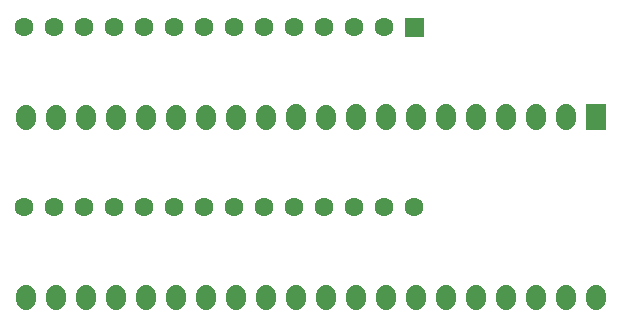
<source format=gts>
G04 Layer: TopSolderMaskLayer*
G04 EasyEDA v6.4.19.5, 2021-04-22T10:42:41+01:00*
G04 4afba9deae2242d5b81e82046c6002c8,70d0fae58ee04a8b949032da60bbe542,10*
G04 Gerber Generator version 0.2*
G04 Scale: 100 percent, Rotated: No, Reflected: No *
G04 Dimensions in inches *
G04 leading zeros omitted , absolute positions ,3 integer and 6 decimal *
%FSLAX36Y36*%
%MOIN*%

%ADD22C,0.0680*%
%ADD23C,0.0671*%
%ADD25C,0.0630*%

%LPD*%
D22*
X-920000Y150630D02*
G01*
X-920000Y169369D01*
X-720000Y150630D02*
G01*
X-720000Y169369D01*
X-820000Y150630D02*
G01*
X-820000Y169369D01*
X-320000Y150630D02*
G01*
X-320000Y169369D01*
D23*
X80000Y169843D02*
G01*
X80000Y150156D01*
X180000Y169843D02*
G01*
X180000Y150156D01*
X280000Y169843D02*
G01*
X280000Y150156D01*
X380000Y169843D02*
G01*
X380000Y150156D01*
X480000Y169843D02*
G01*
X480000Y150156D01*
X580000Y169843D02*
G01*
X580000Y150156D01*
X680000Y169843D02*
G01*
X680000Y150156D01*
X780000Y169843D02*
G01*
X780000Y150156D01*
D22*
X-20000Y169369D02*
G01*
X-20000Y150630D01*
X-220000Y169369D02*
G01*
X-220000Y150630D01*
D23*
X-120000Y169843D02*
G01*
X-120000Y150156D01*
D22*
X-420000Y169369D02*
G01*
X-420000Y150630D01*
X-620000Y150630D02*
G01*
X-620000Y169369D01*
X-520000Y150630D02*
G01*
X-520000Y169369D01*
X-1020000Y150630D02*
G01*
X-1020000Y169369D01*
X780000Y-430630D02*
G01*
X780000Y-449369D01*
X880000Y-430630D02*
G01*
X880000Y-449369D01*
X680000Y-430630D02*
G01*
X680000Y-449369D01*
X580000Y-430630D02*
G01*
X580000Y-449369D01*
X-620000Y-430630D02*
G01*
X-620000Y-449369D01*
X-520000Y-430630D02*
G01*
X-520000Y-449369D01*
X-420000Y-430630D02*
G01*
X-420000Y-449369D01*
X-320000Y-430630D02*
G01*
X-320000Y-449369D01*
X-720000Y-430630D02*
G01*
X-720000Y-449369D01*
X-820000Y-430630D02*
G01*
X-820000Y-449369D01*
X-920000Y-430630D02*
G01*
X-920000Y-449369D01*
X-1020000Y-430630D02*
G01*
X-1020000Y-449369D01*
X80000Y-430630D02*
G01*
X80000Y-449369D01*
X-20000Y-430630D02*
G01*
X-20000Y-449369D01*
X-120000Y-430630D02*
G01*
X-120000Y-449369D01*
X-220000Y-430630D02*
G01*
X-220000Y-449369D01*
X180000Y-430630D02*
G01*
X180000Y-449369D01*
X280000Y-430630D02*
G01*
X280000Y-449369D01*
X380000Y-430630D02*
G01*
X380000Y-449369D01*
X480000Y-430630D02*
G01*
X480000Y-449369D01*
G36*
X243500Y428499D02*
G01*
X243500Y491500D01*
X306499Y491500D01*
X306499Y428499D01*
G37*
D25*
G01*
X175000Y460000D03*
G01*
X75000Y460000D03*
G01*
X-25000Y460000D03*
G01*
X-125000Y460000D03*
G01*
X-225000Y460000D03*
G01*
X-325000Y460000D03*
G01*
X-425000Y460000D03*
G01*
X-525000Y460000D03*
G01*
X-625000Y460000D03*
G01*
X-725000Y460000D03*
G01*
X-825000Y460000D03*
G01*
X-925000Y460000D03*
G01*
X-1025000Y460000D03*
G01*
X-1025000Y-140000D03*
G01*
X-925000Y-140000D03*
G01*
X-825000Y-140000D03*
G01*
X-725000Y-140000D03*
G01*
X-625000Y-140000D03*
G01*
X-525000Y-140000D03*
G01*
X-425000Y-140000D03*
G01*
X-325000Y-140000D03*
G01*
X-225000Y-140000D03*
G01*
X-125000Y-140000D03*
G01*
X-25000Y-140000D03*
G01*
X75000Y-140000D03*
G01*
X175000Y-140000D03*
G01*
X275000Y-140000D03*
G36*
X846499Y116599D02*
G01*
X846499Y203400D01*
X913500Y203400D01*
X913500Y116599D01*
G37*
M02*

</source>
